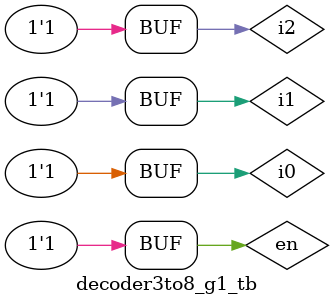
<source format=v>
module decoder2to4_gl(i0, i1, en, y0, y1, y2, y3);

input i0, i1, en;
output y0, y1, y2, y3;
wire i0bar, i1bar;

not g1(i0bar, i0);
not g2(i1bar, i1);
and g3(y0, i0bar, i1bar, en);
and g4(y1, i0bar, i1, en);
and g5(y2, i0, i1bar, en);
and g6(y3, i0, i1, en);

endmodule

module decoder3to8_g1(i0,i1,i2,en,y0,y1,y2,y3,y4,y5,y6,y7);

input i0,i1,i2,en;
output y0,y1,y2,y3,y4,y5,y6,y7;
wire i0bar,i1bar,i2bar,a,b;

not g9(i2bar,i2);
and g7(a,i2bar,en);
and g8(b,i2,en);


decoder2to4_gl t1(i0,i1,a,y0,y1,y2,y3);
decoder2to4_gl t2(i0,i1,b,y4,y5,y6,y7);

endmodule

module decoder3to8_g1_tb;

reg i0,i1,i2,en;
wire y0,y1,y2,y3,y4,y5,y6,y7;

decoder3to8_g1 t1(i0,i1,i2,en,y0,y1,y2,y3,y4,y5,y6,y7);

initial 

begin
    i0=1'b0;
    i1=1'b0;
    i2=1'b0;
    en=1'b0;
    $monitor("Time=%f,w0=%b,w1=%b,w2=%b,y0=%b,y1=%b,y2=%b,y3=%b,y4=%b,y5=%b,y6=%b,y7=%b",$time,i0,i1,i2,y0,y1,y2,y3,y4,y5,y6,y7);
    #5 en=1'b1;i2=1'b0;i1=1'b0;i0=1'b0;
    #5 en=1'b1;i2=1'b0;i1=1'b0;i0=1'b1;
    #5 en=1'b1;i2=1'b0;i1=1'b1;i0=1'b1;
    #5 en=1'b1;i2=1'b1;i1=1'b0;i0=1'b0;
    #5 en=1'b1;i2=1'b1;i1=1'b0;i0=1'b1;
    #5 en=1'b1;i2=1'b1;i1=1'b1;i0=1'b0;
    #5 en=1'b1;i2=1'b1;i1=1'b1;i0=1'b1;
end

endmodule


</source>
